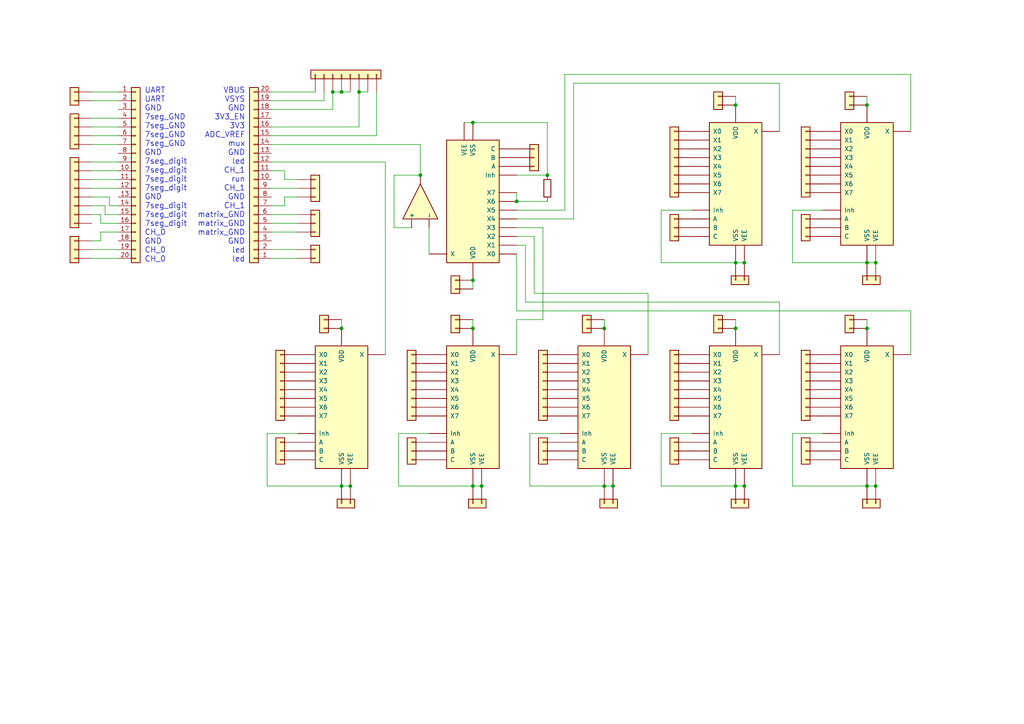
<source format=kicad_sch>
(kicad_sch (version 20211123) (generator eeschema)
  (paper "A4")
  (lib_symbols
    (symbol "4xxx:4051" (pin_numbers hide) (pin_names (offset 1.016))
      (property "Reference" "U" (at -7.62 19.05 0))
      (property "Value" "4051" (at -7.62 -19.05 0))
      (symbol "4051_1_0"
        (pin passive line (at -12.7 5.08 0) (length 5.08) (name "X4") (number "1"))
        (pin input line (at -12.7 -12.7 0) (length 5.08) (name "B") (number "10"))
        (pin input line (at -12.7 -10.16 0) (length 5.08) (name "A") (number "11"))
        (pin passive line (at -12.7 7.62 0) (length 5.08) (name "X3") (number "12"))
        (pin passive line (at -12.7 15.24 0) (length 5.08) (name "X0") (number "13"))
        (pin passive line (at -12.7 12.7 0) (length 5.08) (name "X1") (number "14"))
        (pin passive line (at -12.7 10.16 0) (length 5.08) (name "X2") (number "15"))
        (pin power_in line (at 0 22.86 270) (length 5.08) (name "VDD") (number "16"))
        (pin passive line (at -12.7 0 0) (length 5.08) (name "X6") (number "2"))
        (pin passive line (at 12.7 15.24 180) (length 5.08) (name "X") (number "3"))
        (pin passive line (at -12.7 -2.54 0) (length 5.08) (name "X7") (number "4"))
        (pin passive line (at -12.7 2.54 0) (length 5.08) (name "X5") (number "5"))
        (pin input line (at -12.7 -7.62 0) (length 5.08) (name "Inh") (number "6"))
        (pin power_in line (at 2.54 -22.86 90) (length 5.08) (name "VEE") (number "7"))
        (pin power_in line (at 0 -22.86 90) (length 5.08) (name "VSS") (number "8"))
        (pin input line (at -12.7 -15.24 0) (length 5.08) (name "C") (number "9"))
      )
      (symbol "4051_1_1"
        (rectangle (start -7.62 17.78) (end 7.62 -17.78) (stroke (width 0.254)) (fill (type background)))
      )
    )
    (symbol "Amplifier_Audio:OPA1622" (pin_numbers hide) (pin_names (offset 0.127))
      (property "Reference" "U" (at 3.81 6.35 0))
      (property "Value" "OPA1622" (at 3.81 3.81 0))
      (symbol "OPA1622_1_1"
        (polyline (pts (xy -5.08 5.08) (xy 5.08 0) (xy -5.08 -5.08) (xy -5.08 5.08) (xy -5.08 5.08)) (stroke (width 0.254)) (fill (type background)))
        (pin input line (at -7.62 2.54 0) (length 2.54) (name "+") (number "1"))
        (pin input line (at -7.62 -2.54 0) (length 2.54) (name "-") (number "10"))
        (pin input line (at 0 7.62 270) (length 5.08) (name "EN") (number "8"))
        (pin output line (at 7.62 0 180) (length 2.54) (name "~") (number "9"))
      )
      (symbol "OPA1622_2_1"
        (polyline (pts (xy -5.08 5.08) (xy 5.08 0) (xy -5.08 -5.08) (xy -5.08 5.08) (xy -5.08 5.08)) (stroke (width 0.254)) (fill (type background)))
        (pin input line (at -7.62 2.54 0) (length 2.54) (name "+") (number "5"))
        (pin input line (at -7.62 -2.54 0) (length 2.54) (name "-") (number "6"))
        (pin output line (at 7.62 0 180) (length 2.54) (name "~") (number "7"))
      )
      (symbol "OPA1622_3_1"
        (pin passive line (at -2.54 -7.62 90) (length 3.81) hide (name "V-") (number "11"))
        (pin power_in line (at -2.54 7.62 270) (length 3.81) (name "V+") (number "2"))
        (pin power_in line (at 0 -7.62 90) (length 5.08) (name "GND") (number "3"))
        (pin power_in line (at -2.54 -7.62 90) (length 3.81) (name "V-") (number "4"))
      )
    )
    (symbol "Connector_Generic:Conn_01x02" (pin_numbers hide) (pin_names (offset 1.016) hide)
      (property "Reference" "J" (at 0 2.54 0))
      (property "Value" "Conn_01x02" (at 0 -5.08 0))
      (symbol "Conn_01x02_1_1"
        (rectangle (start -1.27 -2.413) (end 0 -2.667) (stroke (width 0.1524)))
        (rectangle (start -1.27 0.127) (end 0 -0.127) (stroke (width 0.1524)))
        (rectangle (start -1.27 1.27) (end 1.27 -3.81) (stroke (width 0.254)) (fill (type background)))
        (pin passive line (at -5.08 0 0) (length 3.81) (name "Pin_1") (number "1"))
        (pin passive line (at -5.08 -2.54 0) (length 3.81) (name "Pin_2") (number "2"))
      )
    )
    (symbol "Connector_Generic:Conn_01x03" (pin_numbers hide) (pin_names (offset 1.016) hide)
      (property "Reference" "J" (at 0 5.08 0))
      (property "Value" "Conn_01x03" (at 0 -5.08 0))
      (symbol "Conn_01x03_1_1"
        (rectangle (start -1.27 -2.413) (end 0 -2.667) (stroke (width 0.1524)))
        (rectangle (start -1.27 0.127) (end 0 -0.127) (stroke (width 0.1524)))
        (rectangle (start -1.27 2.667) (end 0 2.413) (stroke (width 0.1524)))
        (rectangle (start -1.27 3.81) (end 1.27 -3.81) (stroke (width 0.254)) (fill (type background)))
        (pin passive line (at -5.08 2.54 0) (length 3.81) (name "Pin_1") (number "1"))
        (pin passive line (at -5.08 0 0) (length 3.81) (name "Pin_2") (number "2"))
        (pin passive line (at -5.08 -2.54 0) (length 3.81) (name "Pin_3") (number "3"))
      )
    )
    (symbol "Connector_Generic:Conn_01x04" (pin_numbers hide) (pin_names (offset 1.016) hide)
      (property "Reference" "J" (at 0 5.08 0))
      (property "Value" "Conn_01x04" (at 0 -7.62 0))
      (symbol "Conn_01x04_1_1"
        (rectangle (start -1.27 -4.953) (end 0 -5.207) (stroke (width 0.1524)))
        (rectangle (start -1.27 -2.413) (end 0 -2.667) (stroke (width 0.1524)))
        (rectangle (start -1.27 0.127) (end 0 -0.127) (stroke (width 0.1524)))
        (rectangle (start -1.27 2.667) (end 0 2.413) (stroke (width 0.1524)))
        (rectangle (start -1.27 3.81) (end 1.27 -6.35) (stroke (width 0.254)) (fill (type background)))
        (pin passive line (at -5.08 2.54 0) (length 3.81) (name "Pin_1") (number "1"))
        (pin passive line (at -5.08 0 0) (length 3.81) (name "Pin_2") (number "2"))
        (pin passive line (at -5.08 -2.54 0) (length 3.81) (name "Pin_3") (number "3"))
        (pin passive line (at -5.08 -5.08 0) (length 3.81) (name "Pin_4") (number "4"))
      )
    )
    (symbol "Connector_Generic:Conn_01x08" (pin_numbers hide) (pin_names (offset 1.016) hide)
      (property "Reference" "J" (at 0 10.16 0))
      (property "Value" "Conn_01x08" (at 0 -12.7 0))
      (symbol "Conn_01x08_1_1"
        (rectangle (start -1.27 -10.033) (end 0 -10.287) (stroke (width 0.1524)))
        (rectangle (start -1.27 -7.493) (end 0 -7.747) (stroke (width 0.1524)))
        (rectangle (start -1.27 -4.953) (end 0 -5.207) (stroke (width 0.1524)))
        (rectangle (start -1.27 -2.413) (end 0 -2.667) (stroke (width 0.1524)))
        (rectangle (start -1.27 0.127) (end 0 -0.127) (stroke (width 0.1524)))
        (rectangle (start -1.27 2.667) (end 0 2.413) (stroke (width 0.1524)))
        (rectangle (start -1.27 5.207) (end 0 4.953) (stroke (width 0.1524)))
        (rectangle (start -1.27 7.747) (end 0 7.493) (stroke (width 0.1524)))
        (rectangle (start -1.27 8.89) (end 1.27 -11.43) (stroke (width 0.254)) (fill (type background)))
        (pin passive line (at -5.08 7.62 0) (length 3.81) (name "Pin_1") (number "1"))
        (pin passive line (at -5.08 5.08 0) (length 3.81) (name "Pin_2") (number "2"))
        (pin passive line (at -5.08 2.54 0) (length 3.81) (name "Pin_3") (number "3"))
        (pin passive line (at -5.08 0 0) (length 3.81) (name "Pin_4") (number "4"))
        (pin passive line (at -5.08 -2.54 0) (length 3.81) (name "Pin_5") (number "5"))
        (pin passive line (at -5.08 -5.08 0) (length 3.81) (name "Pin_6") (number "6"))
        (pin passive line (at -5.08 -7.62 0) (length 3.81) (name "Pin_7") (number "7"))
        (pin passive line (at -5.08 -10.16 0) (length 3.81) (name "Pin_8") (number "8"))
      )
    )
    (symbol "Connector_Generic:Conn_01x20" (pin_names (offset 1.016) hide)
      (property "Reference" "J" (at 0 25.4 0))
      (property "Value" "Conn_01x20" (at 0 -27.94 0))
      (symbol "Conn_01x20_1_1"
        (rectangle (start -1.27 -25.273) (end 0 -25.527) (stroke (width 0.1524)))
        (rectangle (start -1.27 -22.733) (end 0 -22.987) (stroke (width 0.1524)))
        (rectangle (start -1.27 -20.193) (end 0 -20.447) (stroke (width 0.1524)))
        (rectangle (start -1.27 -17.653) (end 0 -17.907) (stroke (width 0.1524)))
        (rectangle (start -1.27 -15.113) (end 0 -15.367) (stroke (width 0.1524)))
        (rectangle (start -1.27 -12.573) (end 0 -12.827) (stroke (width 0.1524)))
        (rectangle (start -1.27 -10.033) (end 0 -10.287) (stroke (width 0.1524)))
        (rectangle (start -1.27 -7.493) (end 0 -7.747) (stroke (width 0.1524)))
        (rectangle (start -1.27 -4.953) (end 0 -5.207) (stroke (width 0.1524)))
        (rectangle (start -1.27 -2.413) (end 0 -2.667) (stroke (width 0.1524)))
        (rectangle (start -1.27 0.127) (end 0 -0.127) (stroke (width 0.1524)))
        (rectangle (start -1.27 2.667) (end 0 2.413) (stroke (width 0.1524)))
        (rectangle (start -1.27 5.207) (end 0 4.953) (stroke (width 0.1524)))
        (rectangle (start -1.27 7.747) (end 0 7.493) (stroke (width 0.1524)))
        (rectangle (start -1.27 10.287) (end 0 10.033) (stroke (width 0.1524)))
        (rectangle (start -1.27 12.827) (end 0 12.573) (stroke (width 0.1524)))
        (rectangle (start -1.27 15.367) (end 0 15.113) (stroke (width 0.1524)))
        (rectangle (start -1.27 17.907) (end 0 17.653) (stroke (width 0.1524)))
        (rectangle (start -1.27 20.447) (end 0 20.193) (stroke (width 0.1524)))
        (rectangle (start -1.27 22.987) (end 0 22.733) (stroke (width 0.1524)))
        (rectangle (start -1.27 24.13) (end 1.27 -26.67) (stroke (width 0.254)) (fill (type background)))
        (pin passive line (at -5.08 22.86 0) (length 3.81) (name "Pin_1") (number "1"))
        (pin passive line (at -5.08 0 0) (length 3.81) (name "Pin_10") (number "10"))
        (pin passive line (at -5.08 -2.54 0) (length 3.81) (name "Pin_11") (number "11"))
        (pin passive line (at -5.08 -5.08 0) (length 3.81) (name "Pin_12") (number "12"))
        (pin passive line (at -5.08 -7.62 0) (length 3.81) (name "Pin_13") (number "13"))
        (pin passive line (at -5.08 -10.16 0) (length 3.81) (name "Pin_14") (number "14"))
        (pin passive line (at -5.08 -12.7 0) (length 3.81) (name "Pin_15") (number "15"))
        (pin passive line (at -5.08 -15.24 0) (length 3.81) (name "Pin_16") (number "16"))
        (pin passive line (at -5.08 -17.78 0) (length 3.81) (name "Pin_17") (number "17"))
        (pin passive line (at -5.08 -20.32 0) (length 3.81) (name "Pin_18") (number "18"))
        (pin passive line (at -5.08 -22.86 0) (length 3.81) (name "Pin_19") (number "19"))
        (pin passive line (at -5.08 20.32 0) (length 3.81) (name "Pin_2") (number "2"))
        (pin passive line (at -5.08 -25.4 0) (length 3.81) (name "Pin_20") (number "20"))
        (pin passive line (at -5.08 17.78 0) (length 3.81) (name "Pin_3") (number "3"))
        (pin passive line (at -5.08 15.24 0) (length 3.81) (name "Pin_4") (number "4"))
        (pin passive line (at -5.08 12.7 0) (length 3.81) (name "Pin_5") (number "5"))
        (pin passive line (at -5.08 10.16 0) (length 3.81) (name "Pin_6") (number "6"))
        (pin passive line (at -5.08 7.62 0) (length 3.81) (name "Pin_7") (number "7"))
        (pin passive line (at -5.08 5.08 0) (length 3.81) (name "Pin_8") (number "8"))
        (pin passive line (at -5.08 2.54 0) (length 3.81) (name "Pin_9") (number "9"))
      )
    )
    (symbol "Device:R" (pin_numbers hide) (pin_names (offset 0))
      (property "Reference" "R" (at 2.032 0 90))
      (property "Value" "R" (at 0 0 90))
      (symbol "R_0_1"
        (rectangle (start -1.016 -2.54) (end 1.016 2.54) (stroke (width 0.254)))
      )
      (symbol "R_1_1"
        (pin passive line (at 0 3.81 270) (length 1.27) (name "~") (number "1"))
        (pin passive line (at 0 -3.81 90) (length 1.27) (name "~") (number "2"))
      )
    )
  )
  (junction (at 149.86 58.42))
  (junction (at 158.75 50.8))
  (junction (at 99.06 140.97))
  (junction (at 175.26 95.25))
  (junction (at 213.36 76.2))
  (junction (at 137.16 95.25))
  (junction (at 213.36 30.48))
  (junction (at 96.52 26.67))
  (junction (at 254 76.2))
  (junction (at 104.14 26.67))
  (junction (at 137.16 35.56))
  (junction (at 177.8 140.97))
  (junction (at 251.46 76.2))
  (junction (at 251.46 140.97))
  (junction (at 99.06 26.67))
  (junction (at 251.46 30.48))
  (junction (at 213.36 140.97))
  (junction (at 121.92 50.8))
  (junction (at 137.16 81.28))
  (junction (at 251.46 95.25))
  (junction (at 213.36 95.25))
  (junction (at 137.16 140.97))
  (junction (at 254 140.97))
  (junction (at 99.06 95.25))
  (junction (at 139.7 140.97))
  (junction (at 175.26 140.97))
  (junction (at 215.9 76.2))
  (junction (at 101.6 140.97))
  (junction (at 215.9 140.97))
  (wire (pts (xy 31.75 59.69) (xy 34.29 59.69)))
  (wire (pts (xy 26.67 29.21) (xy 34.29 29.21)))
  (wire (pts (xy 96.52 26.67) (xy 99.06 26.67)))
  (wire (pts (xy 115.57 140.97) (xy 115.57 125.73)))
  (wire (pts (xy 187.96 102.87) (xy 187.96 85.09)))
  (wire (pts (xy 26.67 57.15) (xy 31.75 57.15)))
  (wire (pts (xy 191.77 125.73) (xy 200.66 125.73)))
  (wire (pts (xy 175.26 95.25) (xy 175.26 92.71)))
  (wire (pts (xy 149.86 102.87) (xy 149.86 92.71)))
  (wire (pts (xy 78.74 49.53) (xy 82.55 49.53)))
  (wire (pts (xy 254 76.2) (xy 251.46 76.2)))
  (wire (pts (xy 96.52 26.67) (xy 96.52 31.75)))
  (wire (pts (xy 78.74 31.75) (xy 96.52 31.75)))
  (wire (pts (xy 226.06 87.63) (xy 152.4 87.63)))
  (wire (pts (xy 115.57 125.73) (xy 124.46 125.73)))
  (wire (pts (xy 78.74 41.91) (xy 121.92 41.91)))
  (wire (pts (xy 77.47 140.97) (xy 77.47 125.73)))
  (wire (pts (xy 26.67 34.29) (xy 34.29 34.29)))
  (wire (pts (xy 229.87 60.96) (xy 238.76 60.96)))
  (wire (pts (xy 82.55 52.07) (xy 86.36 52.07)))
  (wire (pts (xy 177.8 140.97) (xy 175.26 140.97)))
  (wire (pts (xy 264.16 21.59) (xy 264.16 38.1)))
  (wire (pts (xy 30.48 62.23) (xy 34.29 62.23)))
  (wire (pts (xy 26.67 26.67) (xy 34.29 26.67)))
  (wire (pts (xy 226.06 102.87) (xy 226.06 87.63)))
  (wire (pts (xy 77.47 125.73) (xy 86.36 125.73)))
  (wire (pts (xy 104.14 26.67) (xy 106.68 26.67)))
  (wire (pts (xy 137.16 81.28) (xy 137.16 83.82)))
  (wire (pts (xy 29.21 62.23) (xy 29.21 64.77)))
  (wire (pts (xy 254 140.97) (xy 251.46 140.97)))
  (wire (pts (xy 251.46 30.48) (xy 251.46 27.94)))
  (wire (pts (xy 153.67 125.73) (xy 162.56 125.73)))
  (wire (pts (xy 82.55 59.69) (xy 82.55 57.15)))
  (wire (pts (xy 26.67 72.39) (xy 34.29 72.39)))
  (wire (pts (xy 153.67 140.97) (xy 153.67 125.73)))
  (wire (pts (xy 187.96 85.09) (xy 154.94 85.09)))
  (wire (pts (xy 99.06 26.67) (xy 101.6 26.67)))
  (wire (pts (xy 213.36 30.48) (xy 213.36 27.94)))
  (wire (pts (xy 158.75 58.42) (xy 149.86 58.42)))
  (wire (pts (xy 26.67 69.85) (xy 29.21 69.85)))
  (wire (pts (xy 152.4 87.63) (xy 152.4 71.12)))
  (wire (pts (xy 154.94 85.09) (xy 154.94 68.58)))
  (wire (pts (xy 99.06 140.97) (xy 77.47 140.97)))
  (wire (pts (xy 30.48 59.69) (xy 30.48 62.23)))
  (wire (pts (xy 191.77 60.96) (xy 200.66 60.96)))
  (wire (pts (xy 78.74 46.99) (xy 111.76 46.99)))
  (wire (pts (xy 229.87 76.2) (xy 229.87 60.96)))
  (wire (pts (xy 86.36 64.77) (xy 78.74 64.77)))
  (wire (pts (xy 213.36 95.25) (xy 213.36 92.71)))
  (wire (pts (xy 191.77 140.97) (xy 191.77 125.73)))
  (wire (pts (xy 213.36 140.97) (xy 191.77 140.97)))
  (wire (pts (xy 215.9 76.2) (xy 213.36 76.2)))
  (wire (pts (xy 119.38 66.04) (xy 114.3 66.04)))
  (wire (pts (xy 149.86 60.96) (xy 163.83 60.96)))
  (wire (pts (xy 158.75 35.56) (xy 137.16 35.56)))
  (wire (pts (xy 137.16 140.97) (xy 115.57 140.97)))
  (wire (pts (xy 26.67 39.37) (xy 34.29 39.37)))
  (wire (pts (xy 175.26 140.97) (xy 153.67 140.97)))
  (wire (pts (xy 149.86 50.8) (xy 158.75 50.8)))
  (wire (pts (xy 78.74 29.21) (xy 93.98 29.21)))
  (wire (pts (xy 26.67 74.93) (xy 34.29 74.93)))
  (wire (pts (xy 166.37 63.5) (xy 149.86 63.5)))
  (wire (pts (xy 26.67 41.91) (xy 34.29 41.91)))
  (wire (pts (xy 78.74 39.37) (xy 109.22 39.37)))
  (wire (pts (xy 26.67 54.61) (xy 34.29 54.61)))
  (wire (pts (xy 82.55 57.15) (xy 86.36 57.15)))
  (wire (pts (xy 111.76 46.99) (xy 111.76 102.87)))
  (wire (pts (xy 109.22 39.37) (xy 109.22 26.67)))
  (wire (pts (xy 166.37 24.13) (xy 166.37 63.5)))
  (wire (pts (xy 154.94 68.58) (xy 149.86 68.58)))
  (wire (pts (xy 29.21 67.31) (xy 34.29 67.31)))
  (wire (pts (xy 134.62 35.56) (xy 137.16 35.56)))
  (wire (pts (xy 251.46 76.2) (xy 229.87 76.2)))
  (wire (pts (xy 149.86 55.88) (xy 149.86 58.42)))
  (wire (pts (xy 93.98 26.67) (xy 93.98 29.21)))
  (wire (pts (xy 26.67 62.23) (xy 29.21 62.23)))
  (wire (pts (xy 157.48 66.04) (xy 149.86 66.04)))
  (wire (pts (xy 229.87 125.73) (xy 238.76 125.73)))
  (wire (pts (xy 152.4 71.12) (xy 149.86 71.12)))
  (wire (pts (xy 163.83 60.96) (xy 163.83 21.59)))
  (wire (pts (xy 124.46 66.04) (xy 124.46 73.66)))
  (wire (pts (xy 78.74 26.67) (xy 91.44 26.67)))
  (wire (pts (xy 264.16 90.17) (xy 149.86 90.17)))
  (wire (pts (xy 26.67 49.53) (xy 34.29 49.53)))
  (wire (pts (xy 149.86 90.17) (xy 149.86 73.66)))
  (wire (pts (xy 251.46 140.97) (xy 229.87 140.97)))
  (wire (pts (xy 104.14 36.83) (xy 104.14 26.67)))
  (wire (pts (xy 26.67 52.07) (xy 34.29 52.07)))
  (wire (pts (xy 78.74 36.83) (xy 104.14 36.83)))
  (wire (pts (xy 26.67 59.69) (xy 30.48 59.69)))
  (wire (pts (xy 29.21 64.77) (xy 34.29 64.77)))
  (wire (pts (xy 29.21 69.85) (xy 29.21 67.31)))
  (wire (pts (xy 163.83 21.59) (xy 264.16 21.59)))
  (wire (pts (xy 158.75 50.8) (xy 158.75 35.56)))
  (wire (pts (xy 229.87 140.97) (xy 229.87 125.73)))
  (wire (pts (xy 191.77 76.2) (xy 191.77 60.96)))
  (wire (pts (xy 26.67 36.83) (xy 34.29 36.83)))
  (wire (pts (xy 157.48 92.71) (xy 157.48 66.04)))
  (wire (pts (xy 264.16 102.87) (xy 264.16 90.17)))
  (wire (pts (xy 101.6 140.97) (xy 99.06 140.97)))
  (wire (pts (xy 121.92 41.91) (xy 121.92 50.8)))
  (wire (pts (xy 251.46 95.25) (xy 251.46 92.71)))
  (wire (pts (xy 149.86 92.71) (xy 157.48 92.71)))
  (wire (pts (xy 86.36 67.31) (xy 78.74 67.31)))
  (wire (pts (xy 114.3 66.04) (xy 114.3 50.8)))
  (wire (pts (xy 86.36 74.93) (xy 78.74 74.93)))
  (wire (pts (xy 82.55 49.53) (xy 82.55 52.07)))
  (wire (pts (xy 213.36 76.2) (xy 191.77 76.2)))
  (wire (pts (xy 86.36 62.23) (xy 78.74 62.23)))
  (wire (pts (xy 31.75 57.15) (xy 31.75 59.69)))
  (wire (pts (xy 215.9 140.97) (xy 213.36 140.97)))
  (wire (pts (xy 78.74 59.69) (xy 82.55 59.69)))
  (wire (pts (xy 86.36 72.39) (xy 78.74 72.39)))
  (wire (pts (xy 137.16 95.25) (xy 137.16 92.71)))
  (wire (pts (xy 26.67 46.99) (xy 34.29 46.99)))
  (wire (pts (xy 139.7 140.97) (xy 137.16 140.97)))
  (wire (pts (xy 114.3 50.8) (xy 121.92 50.8)))
  (wire (pts (xy 99.06 95.25) (xy 99.06 92.71)))
  (wire (pts (xy 226.06 24.13) (xy 166.37 24.13)))
  (wire (pts (xy 78.74 54.61) (xy 86.36 54.61)))
  (wire (pts (xy 226.06 38.1) (xy 226.06 24.13)))
  (text "UART\nUART\nGND\n7seg_GND\n7seg_GND\n7seg_GND\n7seg_GND\nGND\n7seg_digit\n7seg_digit\n7seg_digit\n7seg_digit\nGND\n7seg_digit\n7seg_digit\n7seg_digit\nCH_0\nGND\nCH_0\nCH_0" (at 41.91 76.2 0) (effects (font (size 1.6 1.6)) (justify left bottom)))
  (text "VBUS\nVSYS\nGND\n3V3_EN\n3V3\nADC_VREF\nmux\nGND\nled\nCH_1\nrun\nCH_1\nGND\nCH_1\nmatrix_GND\nmatrix_GND\nmatrix_GND\nGND\nled\nled" (at 71.12 76.2 0) (effects (font (size 1.6 1.6)) (justify right bottom)))
  (symbol (lib_id "Connector_Generic:Conn_01x20") (at 73.66 52.07 180) (unit 1)
    (property "Reference" "J6" (effects hide))
    (property "Value" "Conn_01x20" (effects hide))
    (property "Footprint" "Connector_PinHeader_2.54mm:PinHeader_1x20_P2.54mm_Vertical" (effects hide))
  )
  (symbol (lib_id "Connector_Generic:Conn_01x02") (at 93.98 95.25 180) (unit 1)
    (property "Reference" "J12" (effects hide))
    (property "Value" "Conn_01x02" (effects hide))
    (property "Footprint" "Connector_PinHeader_2.54mm:PinHeader_1x02_P2.54mm_Vertical" (effects hide))
  )
  (symbol (lib_id "Connector_Generic:Conn_01x03") (at 195.58 66.04 180) (unit 1)
    (property "Reference" "J26" (effects hide))
    (property "Value" "Conn_01x03" (effects hide))
    (property "Footprint" "Connector_PinHeader_2.54mm:PinHeader_1x03_P2.54mm_Vertical" (effects hide))
  )
  (symbol (lib_id "4xxx:4051") (at 213.36 53.34 0) (unit 1)
    (property "Reference" "U6" (effects hide))
    (property "Value" "4051" (effects hide))
    (property "Footprint" "Package_DIP:DIP-16_W7.62mm_Socket" (effects hide))
    (property "Datasheet" "http://www.intersil.com/content/dam/Intersil/documents/cd40/cd4051bms-52bms-53bms.pdf" (effects hide))
  )
  (symbol (lib_id "Connector_Generic:Conn_01x03") (at 154.94 45.72 0) (unit 1)
    (property "Reference" "J20" (effects hide))
    (property "Value" "Conn_01x03" (effects hide))
    (property "Footprint" "Connector_PinHeader_2.54mm:PinHeader_1x03_P2.54mm_Vertical" (effects hide))
  )
  (symbol (lib_id "Connector_Generic:Conn_01x08") (at 195.58 113.03 180) (unit 1)
    (property "Reference" "J27" (effects hide))
    (property "Value" "Conn_01x08" (effects hide))
    (property "Footprint" "Connector_PinHeader_2.54mm:PinHeader_1x08_P2.54mm_Vertical" (effects hide))
  )
  (symbol (lib_id "Connector_Generic:Conn_01x02") (at 170.18 95.25 180) (unit 1)
    (property "Reference" "J23" (effects hide))
    (property "Value" "Conn_01x02" (effects hide))
    (property "Footprint" "Connector_PinHeader_2.54mm:PinHeader_1x02_P2.54mm_Vertical" (effects hide))
  )
  (symbol (lib_id "4xxx:4051") (at 137.16 118.11 0) (unit 1)
    (property "Reference" "U4" (effects hide))
    (property "Value" "4051" (effects hide))
    (property "Footprint" "Package_DIP:DIP-16_W7.62mm_Socket" (effects hide))
    (property "Datasheet" "http://www.intersil.com/content/dam/Intersil/documents/cd40/cd4051bms-52bms-53bms.pdf" (effects hide))
  )
  (symbol (lib_id "Connector_Generic:Conn_01x08") (at 119.38 113.03 180) (unit 1)
    (property "Reference" "J15" (effects hide))
    (property "Value" "Conn_01x08" (effects hide))
    (property "Footprint" "Connector_PinHeader_2.54mm:PinHeader_1x08_P2.54mm_Vertical" (effects hide))
  )
  (symbol (lib_id "Connector_Generic:Conn_01x08") (at 157.48 113.03 180) (unit 1)
    (property "Reference" "J21" (effects hide))
    (property "Value" "Conn_01x08" (effects hide))
    (property "Footprint" "Connector_PinHeader_2.54mm:PinHeader_1x08_P2.54mm_Vertical" (effects hide))
  )
  (symbol (lib_id "Connector_Generic:Conn_01x08") (at 195.58 48.26 180) (unit 1)
    (property "Reference" "J25" (effects hide))
    (property "Value" "Conn_01x08" (effects hide))
    (property "Footprint" "Connector_PinHeader_2.54mm:PinHeader_1x08_P2.54mm_Vertical" (effects hide))
  )
  (symbol (lib_id "4xxx:4051") (at 137.16 58.42 180) (unit 1)
    (property "Reference" "U3" (effects hide))
    (property "Value" "4051" (effects hide))
    (property "Footprint" "Package_DIP:DIP-16_W7.62mm_Socket" (effects hide))
    (property "Datasheet" "http://www.intersil.com/content/dam/Intersil/documents/cd40/cd4051bms-52bms-53bms.pdf" (effects hide))
  )
  (symbol (lib_id "Amplifier_Audio:OPA1622") (at 121.92 58.42 90) (unit 2)
    (property "Reference" "U2" (effects hide))
    (property "Value" "OPA1622" (effects hide))
    (property "Footprint" "Package_DIP:DIP-14_W7.62mm_Socket" (effects hide))
    (property "Datasheet" "http://www.ti.com/lit/ds/symlink/opa1622.pdf" (effects hide))
  )
  (symbol (lib_id "4xxx:4051") (at 99.06 118.11 0) (unit 1)
    (property "Reference" "U1" (effects hide))
    (property "Value" "4051" (effects hide))
    (property "Footprint" "Package_DIP:DIP-16_W7.62mm_Socket" (effects hide))
    (property "Datasheet" "http://www.intersil.com/content/dam/Intersil/documents/cd40/cd4051bms-52bms-53bms.pdf" (effects hide))
  )
  (symbol (lib_id "Connector_Generic:Conn_01x08") (at 21.59 57.15 180) (unit 1)
    (property "Reference" "J3" (effects hide))
    (property "Value" "Conn_01x08" (effects hide))
    (property "Footprint" "Connector_PinHeader_2.54mm:PinHeader_1x08_P2.54mm_Vertical" (effects hide))
  )
  (symbol (lib_id "Connector_Generic:Conn_01x02") (at 215.9 146.05 270) (unit 1)
    (property "Reference" "J32" (effects hide))
    (property "Value" "Conn_01x02" (effects hide))
    (property "Footprint" "Connector_PinHeader_2.54mm:PinHeader_1x02_P2.54mm_Vertical" (effects hide))
  )
  (symbol (lib_id "Connector_Generic:Conn_01x02") (at 254 81.28 270) (unit 1)
    (property "Reference" "J39" (effects hide))
    (property "Value" "Conn_01x02" (effects hide))
    (property "Footprint" "Connector_PinHeader_2.54mm:PinHeader_1x02_P2.54mm_Vertical" (effects hide))
  )
  (symbol (lib_id "4xxx:4051") (at 251.46 53.34 0) (unit 1)
    (property "Reference" "U8" (effects hide))
    (property "Value" "4051" (effects hide))
    (property "Footprint" "Package_DIP:DIP-16_W7.62mm_Socket" (effects hide))
    (property "Datasheet" "http://www.intersil.com/content/dam/Intersil/documents/cd40/cd4051bms-52bms-53bms.pdf" (effects hide))
  )
  (symbol (lib_id "Connector_Generic:Conn_01x03") (at 233.68 66.04 180) (unit 1)
    (property "Reference" "J34" (effects hide))
    (property "Value" "Conn_01x03" (effects hide))
    (property "Footprint" "Connector_PinHeader_2.54mm:PinHeader_1x03_P2.54mm_Vertical" (effects hide))
  )
  (symbol (lib_id "Connector_Generic:Conn_01x04") (at 21.59 39.37 180) (unit 1)
    (property "Reference" "J2" (effects hide))
    (property "Value" "Conn_01x04" (effects hide))
    (property "Footprint" "Connector_PinHeader_2.54mm:PinHeader_1x04_P2.54mm_Vertical" (effects hide))
  )
  (symbol (lib_id "Connector_Generic:Conn_01x02") (at 246.38 95.25 180) (unit 1)
    (property "Reference" "J38" (effects hide))
    (property "Value" "Conn_01x02" (effects hide))
    (property "Footprint" "Connector_PinHeader_2.54mm:PinHeader_1x02_P2.54mm_Vertical" (effects hide))
  )
  (symbol (lib_id "Connector_Generic:Conn_01x03") (at 91.44 64.77 0) (unit 1)
    (property "Reference" "J10" (effects hide))
    (property "Value" "Conn_01x03" (effects hide))
    (property "Footprint" "Connector_PinHeader_2.54mm:PinHeader_1x03_P2.54mm_Vertical" (effects hide))
  )
  (symbol (lib_id "Connector_Generic:Conn_01x08") (at 99.06 21.59 90) (unit 1)
    (property "Reference" "J13" (effects hide))
    (property "Value" "Conn_01x08" (effects hide))
    (property "Footprint" "Connector_PinHeader_2.54mm:PinHeader_1x08_P2.54mm_Vertical" (effects hide))
  )
  (symbol (lib_id "Connector_Generic:Conn_01x08") (at 233.68 48.26 180) (unit 1)
    (property "Reference" "J33" (effects hide))
    (property "Value" "Conn_01x08" (effects hide))
    (property "Footprint" "Connector_PinHeader_2.54mm:PinHeader_1x08_P2.54mm_Vertical" (effects hide))
  )
  (symbol (lib_id "Connector_Generic:Conn_01x03") (at 91.44 54.61 0) (unit 1)
    (property "Reference" "J9" (effects hide))
    (property "Value" "Conn_01x03" (effects hide))
    (property "Footprint" "Connector_PinHeader_2.54mm:PinHeader_1x03_P2.54mm_Vertical" (effects hide))
  )
  (symbol (lib_id "Connector_Generic:Conn_01x02") (at 132.08 95.25 180) (unit 1)
    (property "Reference" "J18" (effects hide))
    (property "Value" "Conn_01x02" (effects hide))
    (property "Footprint" "Connector_PinHeader_2.54mm:PinHeader_1x02_P2.54mm_Vertical" (effects hide))
  )
  (symbol (lib_id "Connector_Generic:Conn_01x08") (at 81.28 113.03 180) (unit 1)
    (property "Reference" "J7" (effects hide))
    (property "Value" "Conn_01x08" (effects hide))
    (property "Footprint" "Connector_PinHeader_2.54mm:PinHeader_1x08_P2.54mm_Vertical" (effects hide))
  )
  (symbol (lib_id "Connector_Generic:Conn_01x02") (at 208.28 95.25 180) (unit 1)
    (property "Reference" "J30" (effects hide))
    (property "Value" "Conn_01x02" (effects hide))
    (property "Footprint" "Connector_PinHeader_2.54mm:PinHeader_1x02_P2.54mm_Vertical" (effects hide))
  )
  (symbol (lib_id "Device:R") (at 158.75 54.61 180) (unit 1)
    (property "Reference" "R1" (effects hide))
    (property "Value" "R" (effects hide))
    (property "Footprint" "Resistor_THT:R_Box_L13.0mm_W4.0mm_P9.00mm" (effects hide))
  )
  (symbol (lib_id "Connector_Generic:Conn_01x02") (at 21.59 29.21 180) (unit 1)
    (property "Reference" "J1" (effects hide))
    (property "Value" "Conn_01x02" (effects hide))
    (property "Footprint" "Connector_PinHeader_2.54mm:PinHeader_1x02_P2.54mm_Vertical" (effects hide))
  )
  (symbol (lib_id "4xxx:4051") (at 213.36 118.11 0) (unit 1)
    (property "Reference" "U7" (effects hide))
    (property "Value" "4051" (effects hide))
    (property "Footprint" "Package_DIP:DIP-16_W7.62mm_Socket" (effects hide))
    (property "Datasheet" "http://www.intersil.com/content/dam/Intersil/documents/cd40/cd4051bms-52bms-53bms.pdf" (effects hide))
  )
  (symbol (lib_id "Connector_Generic:Conn_01x08") (at 233.68 113.03 180) (unit 1)
    (property "Reference" "J35" (effects hide))
    (property "Value" "Conn_01x08" (effects hide))
    (property "Footprint" "Connector_PinHeader_2.54mm:PinHeader_1x08_P2.54mm_Vertical" (effects hide))
  )
  (symbol (lib_id "Connector_Generic:Conn_01x03") (at 21.59 72.39 180) (unit 1)
    (property "Reference" "J4" (effects hide))
    (property "Value" "Conn_01x03" (effects hide))
    (property "Footprint" "Connector_PinHeader_2.54mm:PinHeader_1x03_P2.54mm_Vertical" (effects hide))
  )
  (symbol (lib_id "Connector_Generic:Conn_01x02") (at 215.9 81.28 270) (unit 1)
    (property "Reference" "J31" (effects hide))
    (property "Value" "Conn_01x02" (effects hide))
    (property "Footprint" "Connector_PinHeader_2.54mm:PinHeader_1x02_P2.54mm_Vertical" (effects hide))
  )
  (symbol (lib_id "Connector_Generic:Conn_01x02") (at 91.44 72.39 0) (unit 1)
    (property "Reference" "J11" (effects hide))
    (property "Value" "Conn_01x02" (effects hide))
    (property "Footprint" "Connector_PinHeader_2.54mm:PinHeader_1x02_P2.54mm_Vertical" (effects hide))
  )
  (symbol (lib_id "Connector_Generic:Conn_01x02") (at 246.38 30.48 180) (unit 1)
    (property "Reference" "J37" (effects hide))
    (property "Value" "Conn_01x02" (effects hide))
    (property "Footprint" "Connector_PinHeader_2.54mm:PinHeader_1x02_P2.54mm_Vertical" (effects hide))
  )
  (symbol (lib_id "Connector_Generic:Conn_01x03") (at 157.48 130.81 180) (unit 1)
    (property "Reference" "J22" (effects hide))
    (property "Value" "Conn_01x03" (effects hide))
    (property "Footprint" "Connector_PinHeader_2.54mm:PinHeader_1x03_P2.54mm_Vertical" (effects hide))
  )
  (symbol (lib_id "Connector_Generic:Conn_01x02") (at 101.6 146.05 270) (unit 1)
    (property "Reference" "J14" (effects hide))
    (property "Value" "Conn_01x02" (effects hide))
    (property "Footprint" "Connector_PinHeader_2.54mm:PinHeader_1x02_P2.54mm_Vertical" (effects hide))
  )
  (symbol (lib_id "4xxx:4051") (at 175.26 118.11 0) (unit 1)
    (property "Reference" "U5" (effects hide))
    (property "Value" "4051" (effects hide))
    (property "Footprint" "Package_DIP:DIP-16_W7.62mm_Socket" (effects hide))
    (property "Datasheet" "http://www.intersil.com/content/dam/Intersil/documents/cd40/cd4051bms-52bms-53bms.pdf" (effects hide))
  )
  (symbol (lib_id "Connector_Generic:Conn_01x20") (at 39.37 49.53 0) (unit 1)
    (property "Reference" "J5" (effects hide))
    (property "Value" "Conn_01x20" (effects hide))
    (property "Footprint" "Connector_PinHeader_2.54mm:PinHeader_1x20_P2.54mm_Vertical" (effects hide))
  )
  (symbol (lib_id "Connector_Generic:Conn_01x02") (at 139.7 146.05 270) (unit 1)
    (property "Reference" "J19" (effects hide))
    (property "Value" "Conn_01x02" (effects hide))
    (property "Footprint" "Connector_PinHeader_2.54mm:PinHeader_1x02_P2.54mm_Vertical" (effects hide))
  )
  (symbol (lib_id "Connector_Generic:Conn_01x03") (at 81.28 130.81 180) (unit 1)
    (property "Reference" "J8" (effects hide))
    (property "Value" "Conn_01x03" (effects hide))
    (property "Footprint" "Connector_PinHeader_2.54mm:PinHeader_1x03_P2.54mm_Vertical" (effects hide))
  )
  (symbol (lib_id "Connector_Generic:Conn_01x02") (at 132.08 83.82 180) (unit 1)
    (property "Reference" "J17" (effects hide))
    (property "Value" "Conn_01x02" (effects hide))
    (property "Footprint" "Connector_PinHeader_2.54mm:PinHeader_1x02_P2.54mm_Vertical" (effects hide))
  )
  (symbol (lib_id "Connector_Generic:Conn_01x03") (at 195.58 130.81 180) (unit 1)
    (property "Reference" "J28" (effects hide))
    (property "Value" "Conn_01x03" (effects hide))
    (property "Footprint" "Connector_PinHeader_2.54mm:PinHeader_1x03_P2.54mm_Vertical" (effects hide))
  )
  (symbol (lib_id "4xxx:4051") (at 251.46 118.11 0) (unit 1)
    (property "Reference" "U9" (effects hide))
    (property "Value" "4051" (effects hide))
    (property "Footprint" "Package_DIP:DIP-16_W7.62mm_Socket" (effects hide))
    (property "Datasheet" "http://www.intersil.com/content/dam/Intersil/documents/cd40/cd4051bms-52bms-53bms.pdf" (effects hide))
  )
  (symbol (lib_id "Connector_Generic:Conn_01x03") (at 233.68 130.81 180) (unit 1)
    (property "Reference" "J36" (effects hide))
    (property "Value" "Conn_01x03" (effects hide))
    (property "Footprint" "Connector_PinHeader_2.54mm:PinHeader_1x03_P2.54mm_Vertical" (effects hide))
  )
  (symbol (lib_id "Connector_Generic:Conn_01x02") (at 254 146.05 270) (unit 1)
    (property "Reference" "J40" (effects hide))
    (property "Value" "Conn_01x02" (effects hide))
    (property "Footprint" "Connector_PinHeader_2.54mm:PinHeader_1x02_P2.54mm_Vertical" (effects hide))
  )
  (symbol (lib_id "Connector_Generic:Conn_01x03") (at 119.38 130.81 180) (unit 1)
    (property "Reference" "J16" (effects hide))
    (property "Value" "Conn_01x03" (effects hide))
    (property "Footprint" "Connector_PinHeader_2.54mm:PinHeader_1x03_P2.54mm_Vertical" (effects hide))
  )
  (symbol (lib_id "Connector_Generic:Conn_01x02") (at 177.8 146.05 270) (unit 1)
    (property "Reference" "J24" (effects hide))
    (property "Value" "Conn_01x02" (effects hide))
    (property "Footprint" "Connector_PinHeader_2.54mm:PinHeader_1x02_P2.54mm_Vertical" (effects hide))
  )
  (symbol (lib_id "Connector_Generic:Conn_01x02") (at 208.28 30.48 180) (unit 1)
    (property "Reference" "J29" (effects hide))
    (property "Value" "Conn_01x02" (effects hide))
    (property "Footprint" "Connector_PinHeader_2.54mm:PinHeader_1x02_P2.54mm_Vertical" (effects hide))
  )
)
</source>
